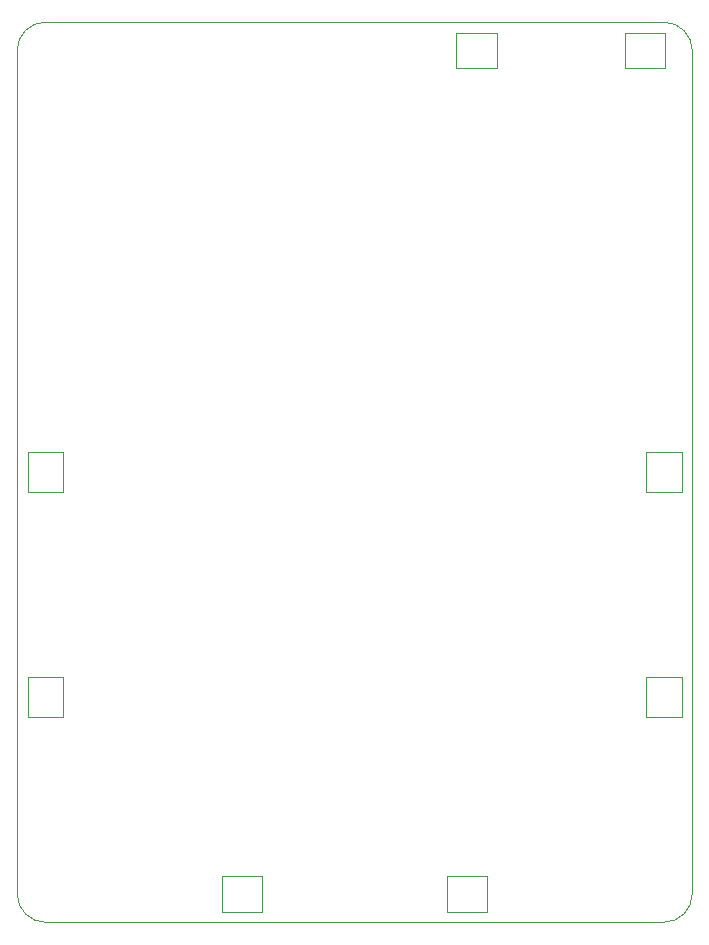
<source format=gbr>
%TF.GenerationSoftware,KiCad,Pcbnew,9.0.3*%
%TF.CreationDate,2025-07-17T06:47:07+08:00*%
%TF.ProjectId,bongopad,626f6e67-6f70-4616-942e-6b696361645f,v1.1*%
%TF.SameCoordinates,Original*%
%TF.FileFunction,Profile,NP*%
%FSLAX46Y46*%
G04 Gerber Fmt 4.6, Leading zero omitted, Abs format (unit mm)*
G04 Created by KiCad (PCBNEW 9.0.3) date 2025-07-17 06:47:07*
%MOMM*%
%LPD*%
G01*
G04 APERTURE LIST*
%TA.AperFunction,Profile*%
%ADD10C,0.050000*%
%TD*%
%TA.AperFunction,Profile*%
%ADD11C,0.120000*%
%TD*%
G04 APERTURE END LIST*
D10*
X125412500Y-143668750D02*
X177800000Y-143668750D01*
X125412500Y-67468750D02*
X177800000Y-67468750D01*
X180181250Y-141287500D02*
G75*
G02*
X177800000Y-143668750I-2381250J0D01*
G01*
X123031250Y-69850000D02*
G75*
G02*
X125412500Y-67468750I2381250J0D01*
G01*
X180181250Y-141287500D02*
X180181250Y-69850000D01*
X123031250Y-141287500D02*
X123031250Y-69850000D01*
X177800000Y-67468750D02*
G75*
G02*
X180181250Y-69850000I0J-2381250D01*
G01*
X125412500Y-143668750D02*
G75*
G02*
X123031250Y-141287500I0J2381250D01*
G01*
D11*
%TO.C,LED1*%
X126912500Y-107268750D02*
X123912500Y-107268750D01*
X126912500Y-103868750D02*
X126912500Y-107268750D01*
X123912500Y-107268750D02*
X123912500Y-103868750D01*
X123912500Y-103868750D02*
X126912500Y-103868750D01*
%TO.C,LED4*%
X162831250Y-142787500D02*
X159431250Y-142787500D01*
X159431250Y-139787500D02*
X162831250Y-139787500D01*
X159431250Y-142787500D02*
X159431250Y-139787500D01*
X162831250Y-139787500D02*
X162831250Y-142787500D01*
%TO.C,LED5*%
X176300000Y-126318750D02*
X176300000Y-122918750D01*
X176300000Y-122918750D02*
X179300000Y-122918750D01*
X179300000Y-122918750D02*
X179300000Y-126318750D01*
X179300000Y-126318750D02*
X176300000Y-126318750D01*
%TO.C,LED6*%
X179300000Y-103868750D02*
X179300000Y-107268750D01*
X176300000Y-107268750D02*
X176300000Y-103868750D01*
X179300000Y-107268750D02*
X176300000Y-107268750D01*
X176300000Y-103868750D02*
X179300000Y-103868750D01*
%TO.C,LED7*%
X174512500Y-68350000D02*
X177912500Y-68350000D01*
X174512500Y-71350000D02*
X174512500Y-68350000D01*
X177912500Y-71350000D02*
X174512500Y-71350000D01*
X177912500Y-68350000D02*
X177912500Y-71350000D01*
%TO.C,LED8*%
X160225000Y-71350000D02*
X160225000Y-68350000D01*
X163625000Y-71350000D02*
X160225000Y-71350000D01*
X160225000Y-68350000D02*
X163625000Y-68350000D01*
X163625000Y-68350000D02*
X163625000Y-71350000D01*
%TO.C,LED3*%
X140381250Y-142787500D02*
X140381250Y-139787500D01*
X140381250Y-139787500D02*
X143781250Y-139787500D01*
X143781250Y-142787500D02*
X140381250Y-142787500D01*
X143781250Y-139787500D02*
X143781250Y-142787500D01*
%TO.C,LED2*%
X126912500Y-122918750D02*
X126912500Y-126318750D01*
X123912500Y-126318750D02*
X123912500Y-122918750D01*
X126912500Y-126318750D02*
X123912500Y-126318750D01*
X123912500Y-122918750D02*
X126912500Y-122918750D01*
%TD*%
M02*

</source>
